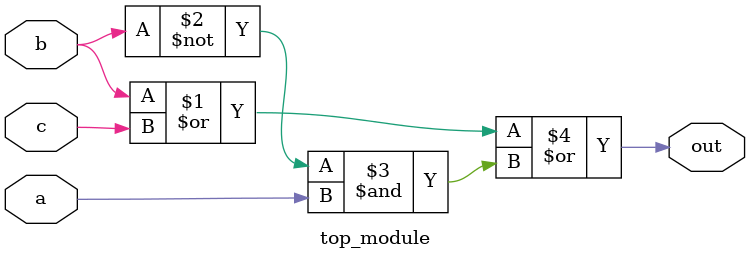
<source format=v>
module top_module(
    input a,
    input b,
    input c,
    output out  ); 
    assign out=b|c|~b&a;
endmodule

</source>
